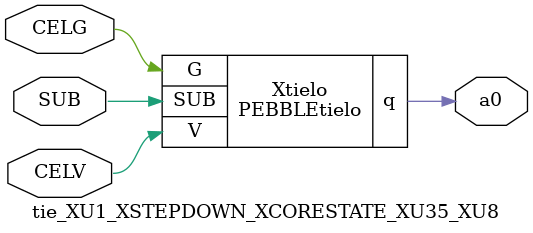
<source format=v>



module PEBBLEtielo ( q, G, SUB, V );

  input V;
  output q;
  input G;
  input SUB;
endmodule

//Celera Confidential Do Not Copy tie_XU1_XSTEPDOWN_XCORESTATE_XU35_XU8
//Celera Confidential Symbol Generator
//TIE
module tie_XU1_XSTEPDOWN_XCORESTATE_XU35_XU8 (CELV,CELG,a0,SUB);
input CELV;
input CELG;
output a0;
input SUB;

//Celera Confidential Do Not Copy tie
PEBBLEtielo Xtielo(
.V (CELV),
.q (a0),
.SUB (SUB),
.G (CELG)
);
//,diesize,PEBBLEtielo

//Celera Confidential Do Not Copy Module End
//Celera Schematic Generator
endmodule

</source>
